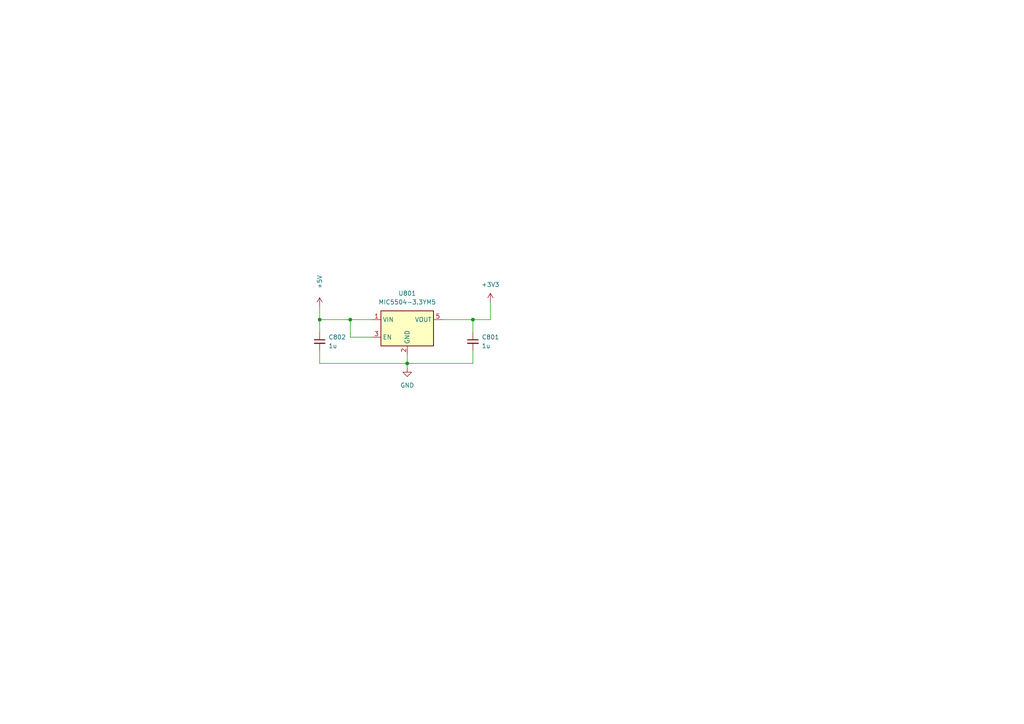
<source format=kicad_sch>
(kicad_sch (version 20231120) (generator "eeschema") (generator_version "8.0")
  (paper "A4")
  (lib_symbols
    (symbol "Device:C_Small" (pin_numbers hide) (pin_names (offset 0.254) hide)
      (property "Reference" "C" (at 0.254 1.778 0))
      (property "Value" "C_Small" (at 0.254 -2.032 0))
      (symbol "C_Small_0_1"
        (polyline (pts (xy -1.524 -0.508) (xy 1.524 -0.508)) (stroke (width 0.3302)))
        (polyline (pts (xy -1.524 0.508) (xy 1.524 0.508)) (stroke (width 0.3048)))
      )
      (symbol "C_Small_1_1"
        (pin passive line (at 0 2.54 270) (length 2.032) (name "~") (number "1"))
        (pin passive line (at 0 -2.54 90) (length 2.032) (name "~") (number "2"))
      )
    )
    (symbol "Regulator_Linear:MIC5504-3.3YM5"
      (property "Reference" "U" (at -7.62 8.89 0))
      (property "Value" "MIC5504-3.3YM5" (at -7.62 6.35 0))
      (symbol "MIC5504-3.3YM5_0_1"
        (rectangle (start -7.62 -5.08) (end 7.62 5.08) (stroke (width 0.254)) (fill (type background)))
      )
      (symbol "MIC5504-3.3YM5_1_1"
        (pin power_in line (at -10.16 2.54 0) (length 2.54) (name "VIN") (number "1"))
        (pin power_in line (at 0 -7.62 90) (length 2.54) (name "GND") (number "2"))
        (pin input line (at -10.16 -2.54 0) (length 2.54) (name "EN") (number "3"))
        (pin no_connect line (at 7.62 -2.54 180) (length 2.54) hide (name "NC") (number "4"))
        (pin power_out line (at 10.16 2.54 180) (length 2.54) (name "VOUT") (number "5"))
      )
    )
    (symbol "power:+3V3" (power) (pin_names (offset 0))
      (property "Value" "+3V3" (at 0 3.556 0))
      (symbol "+3V3_0_1"
        (polyline (pts (xy -0.762 1.27) (xy 0 2.54)))
        (polyline (pts (xy 0 0) (xy 0 2.54)))
        (polyline (pts (xy 0 2.54) (xy 0.762 1.27)))
      )
      (symbol "+3V3_1_1"
        (pin power_in line (at 0 0 90) (length 0) hide (name "+3V3") (number "1"))
      )
    )
    (symbol "power:+5V" (power) (pin_names (offset 0))
      (property "Value" "+5V" (at 0 3.556 0))
      (symbol "+5V_0_1"
        (polyline (pts (xy -0.762 1.27) (xy 0 2.54)))
        (polyline (pts (xy 0 0) (xy 0 2.54)))
        (polyline (pts (xy 0 2.54) (xy 0.762 1.27)))
      )
      (symbol "+5V_1_1"
        (pin power_in line (at 0 0 90) (length 0) hide (name "+5V") (number "1"))
      )
    )
    (symbol "power:GND" (power) (pin_names (offset 0))
      (property "Value" "GND" (at 0 -3.81 0))
      (symbol "GND_0_1"
        (polyline (pts (xy 0 0) (xy 0 -1.27) (xy 1.27 -1.27) (xy 0 -2.54) (xy -1.27 -1.27) (xy 0 -1.27)))
      )
      (symbol "GND_1_1"
        (pin power_in line (at 0 0 270) (length 0) hide (name "GND") (number "1"))
      )
    )
  )
  (junction (at 118.11 105.41))
  (junction (at 137.16 92.71))
  (junction (at 92.71 92.71))
  (junction (at 101.6 92.71))
  (wire (pts (xy 101.6 92.71) (xy 107.95 92.71)))
  (wire (pts (xy 92.71 88.9) (xy 92.71 92.71)))
  (wire (pts (xy 107.95 97.79) (xy 101.6 97.79)))
  (wire (pts (xy 92.71 105.41) (xy 118.11 105.41)))
  (wire (pts (xy 137.16 105.41) (xy 118.11 105.41)))
  (wire (pts (xy 142.24 92.71) (xy 137.16 92.71)))
  (wire (pts (xy 118.11 105.41) (xy 118.11 106.68)))
  (wire (pts (xy 137.16 101.6) (xy 137.16 105.41)))
  (wire (pts (xy 142.24 87.63) (xy 142.24 92.71)))
  (wire (pts (xy 137.16 92.71) (xy 128.27 92.71)))
  (wire (pts (xy 101.6 97.79) (xy 101.6 92.71)))
  (wire (pts (xy 92.71 101.6) (xy 92.71 105.41)))
  (wire (pts (xy 137.16 96.52) (xy 137.16 92.71)))
  (wire (pts (xy 92.71 92.71) (xy 101.6 92.71)))
  (wire (pts (xy 118.11 102.87) (xy 118.11 105.41)))
  (wire (pts (xy 92.71 96.52) (xy 92.71 92.71)))
  (symbol (lib_id "power:+3V3") (at 142.24 87.63 0) (unit 1)
    (property "Reference" "#PWR0803" (effects (hide yes)))
    (property "Value" "+3V3" (at 142.24 82.55 0))
  )
  (symbol (lib_id "Device:C_Small") (at 92.71 99.06 0) (unit 1)
    (property "Reference" "C802" (at 95.25 97.7963 0) (effects (justify left)))
    (property "Value" "1u" (at 95.25 100.3363 0) (effects (justify left)))
    (property "Footprint" "Capacitor_SMD:C_0402_1005Metric_Pad0.74x0.62mm_HandSolder" (effects (hide yes)))
  )
  (symbol (lib_id "power:GND") (at 118.11 106.68 0) (unit 1)
    (property "Reference" "#PWR0802" (effects (hide yes)))
    (property "Value" "GND" (at 118.11 111.76 0))
  )
  (symbol (lib_id "Device:C_Small") (at 137.16 99.06 0) (unit 1)
    (property "Reference" "C801" (at 139.7 97.7963 0) (effects (justify left)))
    (property "Value" "1u" (at 139.7 100.3363 0) (effects (justify left)))
    (property "Footprint" "Capacitor_SMD:C_0402_1005Metric_Pad0.74x0.62mm_HandSolder" (effects (hide yes)))
  )
  (symbol (lib_id "power:+5V") (at 92.71 88.9 0) (unit 1)
    (property "Reference" "#PWR0801" (effects (hide yes)))
    (property "Value" "+5V" (at 92.71 83.82 90) (effects (justify left)))
  )
  (symbol (lib_id "Regulator_Linear:MIC5504-3.3YM5") (at 118.11 95.25 0) (unit 1)
    (property "Reference" "U801" (at 118.11 85.09 0))
    (property "Value" "MIC5504-3.3YM5" (at 118.11 87.63 0))
    (property "Footprint" "Package_TO_SOT_SMD:SOT-23-5" (effects (hide yes)))
    (property "Datasheet" "http://ww1.microchip.com/downloads/en/DeviceDoc/MIC550X.pdf" (effects (hide yes)))
  )
)
</source>
